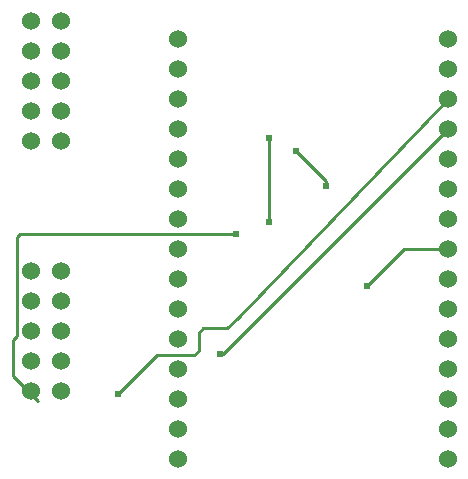
<source format=gbl>
G04 Layer: BottomLayer*
G04 EasyEDA v6.3.53, 2020-07-02T17:27:03+02:00*
G04 cd291f7992904801b7ca3d7210451973,0d0e7d196270479aaefd99a7cd6f8dc4,10*
G04 Gerber Generator version 0.2*
G04 Scale: 100 percent, Rotated: No, Reflected: No *
G04 Dimensions in millimeters *
G04 leading zeros omitted , absolute positions ,3 integer and 3 decimal *
%FSLAX33Y33*%
%MOMM*%
G90*
G71D02*

%ADD10C,0.254000*%
%ADD11C,0.609600*%
%ADD14C,1.524000*%

%LPD*%
G54D10*
G01X31623Y26797D02*
G01X34798Y29972D01*
G01X38481Y29972D01*
G01X19177Y21082D02*
G01X19431Y21082D01*
G01X38481Y40132D01*
G01X25654Y38227D02*
G01X28194Y35687D01*
G01X28194Y35306D01*
G01X23368Y39370D02*
G01X23368Y32258D01*
G01X3810Y17066D02*
G01X1651Y19225D01*
G01X1651Y22225D01*
G01X2032Y22606D01*
G01X2032Y30988D01*
G01X2286Y31242D01*
G01X20574Y31242D01*
G01X10541Y17653D02*
G01X13843Y20955D01*
G01X17018Y20955D01*
G01X17399Y21336D01*
G01X17399Y22860D01*
G01X17780Y23241D01*
G01X19812Y23241D01*
G01X20701Y24130D01*
G01X38481Y42672D01*
G54D14*
G01X38481Y47752D03*
G01X38481Y45212D03*
G01X38481Y42672D03*
G01X38481Y40132D03*
G01X38481Y37592D03*
G01X38481Y35052D03*
G01X38481Y32512D03*
G01X38481Y29972D03*
G01X38481Y27432D03*
G01X38481Y24892D03*
G01X38481Y22352D03*
G01X38481Y19812D03*
G01X38481Y17272D03*
G01X38481Y14732D03*
G01X38481Y12192D03*
G01X15621Y12192D03*
G01X15621Y14732D03*
G01X15621Y17272D03*
G01X15621Y19812D03*
G01X15621Y22352D03*
G01X15621Y24892D03*
G01X15621Y27432D03*
G01X15621Y29972D03*
G01X15621Y32512D03*
G01X15621Y35052D03*
G01X15621Y37592D03*
G01X15621Y40132D03*
G01X15621Y42672D03*
G01X15621Y45212D03*
G01X15621Y47752D03*
G01X5715Y39116D03*
G01X3175Y39116D03*
G01X5715Y41656D03*
G01X3175Y41656D03*
G01X5715Y44196D03*
G01X3175Y44196D03*
G01X5715Y46736D03*
G01X3175Y46736D03*
G01X5715Y49276D03*
G01X3175Y49276D03*
G01X5715Y17907D03*
G01X3175Y17907D03*
G01X5715Y20447D03*
G01X3175Y20447D03*
G01X5715Y22987D03*
G01X3175Y22987D03*
G01X5715Y25527D03*
G01X3175Y25527D03*
G01X5715Y28067D03*
G01X3175Y28067D03*
G54D11*
G01X10541Y17653D03*
G01X20574Y31242D03*
G01X23368Y39370D03*
G01X23368Y32258D03*
G01X25654Y38227D03*
G01X28194Y35306D03*
G01X19177Y21082D03*
G01X31623Y26797D03*
M00*
M02*

</source>
